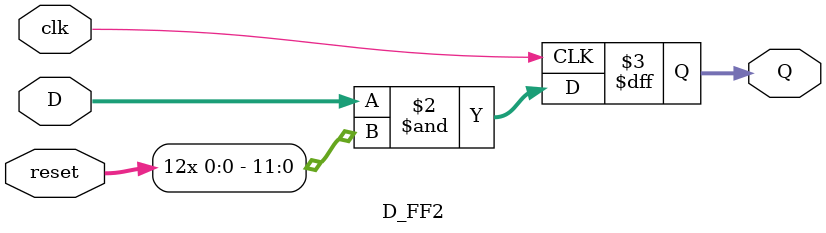
<source format=v>
module D_FF2
	(
	input [11:0]D,
	input clk,
	input reset,
	output reg [11:0]Q
	);


always @(posedge clk)
begin
	Q <= D&{{12{reset}}};
end

endmodule

</source>
